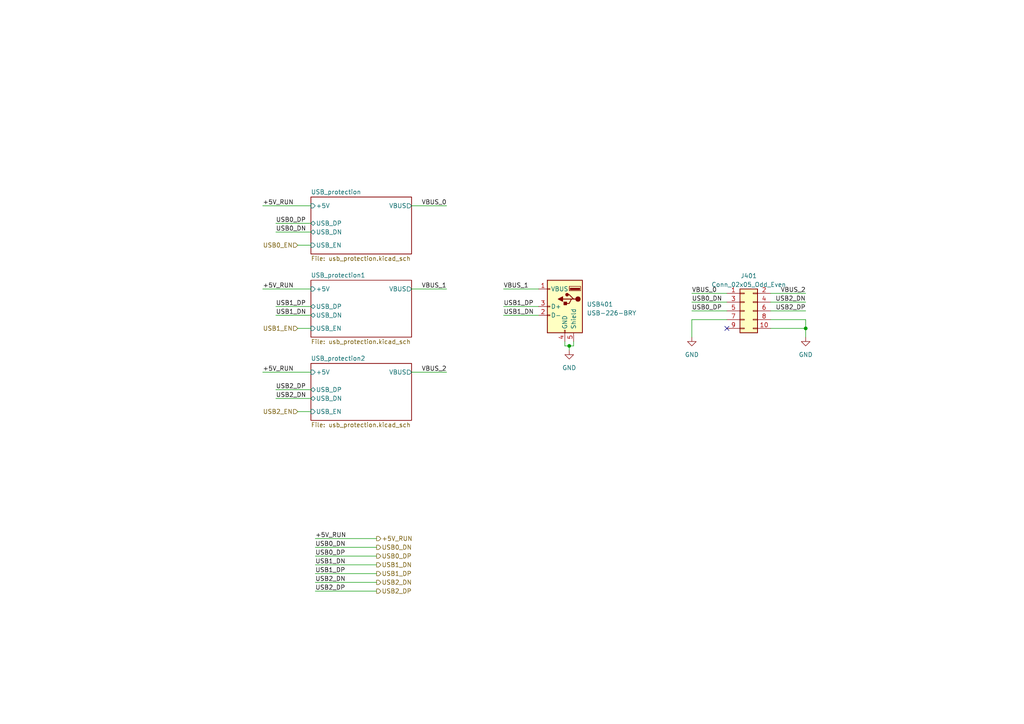
<source format=kicad_sch>
(kicad_sch (version 20230121) (generator eeschema)
  (paper "A4")
  (title_block (title "ODROID H3(+) mITX adapter") (date "2023-08-13") (rev "1.1.0"))
  (lib_symbols
    (symbol "odroid_h3_uitx_adapter:Conn_02x05_Odd_Even" (pin_names (offset 1.016) hide)
      (property "Reference" "J" (at 0 7.62 0))
      (property "Value" "Conn_02x05_Odd_Even" (at 0 -7.62 0))
      (symbol "Conn_02x05_Odd_Even_1_1"
        (rectangle (start -2.54 -4.953) (end -1.27 -5.207) (stroke (width 0.1524)))
        (rectangle (start -2.54 -2.413) (end -1.27 -2.667) (stroke (width 0.1524)))
        (rectangle (start -2.54 0.127) (end -1.27 -0.127) (stroke (width 0.1524)))
        (rectangle (start -2.54 2.667) (end -1.27 2.413) (stroke (width 0.1524)))
        (rectangle (start -2.54 5.207) (end -1.27 4.953) (stroke (width 0.1524)))
        (rectangle (start -2.54 6.35) (end 2.54 -6.35) (stroke (width 0.254)) (fill (type background)))
        (rectangle (start 2.54 -4.953) (end 1.27 -5.207) (stroke (width 0.1524)))
        (rectangle (start 2.54 -2.413) (end 1.27 -2.667) (stroke (width 0.1524)))
        (rectangle (start 2.54 0.127) (end 1.27 -0.127) (stroke (width 0.1524)))
        (rectangle (start 2.54 2.667) (end 1.27 2.413) (stroke (width 0.1524)))
        (rectangle (start 2.54 5.207) (end 1.27 4.953) (stroke (width 0.1524)))
        (pin passive line (at -6.35 5.08 0) (length 3.81) (name "Pin_1") (number "1"))
        (pin passive line (at 6.35 -5.08 180) (length 3.81) (name "Pin_10") (number "10"))
        (pin passive line (at 6.35 5.08 180) (length 3.81) (name "Pin_2") (number "2"))
        (pin passive line (at -6.35 2.54 0) (length 3.81) (name "Pin_3") (number "3"))
        (pin passive line (at 6.35 2.54 180) (length 3.81) (name "Pin_4") (number "4"))
        (pin passive line (at -6.35 0 0) (length 3.81) (name "Pin_5") (number "5"))
        (pin passive line (at 6.35 0 180) (length 3.81) (name "Pin_6") (number "6"))
        (pin passive line (at -6.35 -2.54 0) (length 3.81) (name "Pin_7") (number "7"))
        (pin passive line (at 6.35 -2.54 180) (length 3.81) (name "Pin_8") (number "8"))
        (pin passive line (at -6.35 -5.08 0) (length 3.81) (name "Pin_9") (number "9"))
      )
    )
    (symbol "odroid_h3_uitx_adapter:USB-226-BRY" (pin_names (offset 1.016))
      (property "Reference" "USB" (at 0 9.0932 0))
      (property "Value" "USB-226-BRY" (at 0 11.6332 0))
      (symbol "USB-226-BRY_0_1"
        (rectangle (start -5.08 -7.62) (end 5.08 7.62) (stroke (width 0.254)) (fill (type background)))
        (circle (center -3.81 2.159) (radius 0.635) (stroke (width 0.254)) (fill (type outline)))
        (rectangle (start -1.524 4.826) (end -4.318 5.334) (fill (type outline)))
        (rectangle (start -1.27 4.572) (end -4.572 5.842))
        (circle (center -0.635 3.429) (radius 0.381) (stroke (width 0.254)) (fill (type outline)))
        (rectangle (start -0.127 -7.62) (end 0.127 -6.858))
        (polyline (pts (xy -3.175 2.159) (xy -2.54 2.159) (xy -1.27 3.429) (xy -0.635 3.429)) (stroke (width 0.254)))
        (polyline (pts (xy -2.54 2.159) (xy -1.905 2.159) (xy -1.27 0.889) (xy 0 0.889)) (stroke (width 0.254)))
        (polyline (pts (xy 0.635 2.794) (xy 0.635 1.524) (xy 1.905 2.159) (xy 0.635 2.794)) (stroke (width 0.254)) (fill (type outline)))
        (rectangle (start 0.254 1.27) (end -0.508 0.508) (stroke (width 0.254)) (fill (type outline)))
        (rectangle (start 5.08 -2.667) (end 4.318 -2.413))
        (rectangle (start 5.08 -0.127) (end 4.318 0.127))
        (rectangle (start 5.08 4.953) (end 4.318 5.207))
      )
      (symbol "USB-226-BRY_1_1"
        (polyline (pts (xy -1.905 2.159) (xy 0.635 2.159)) (stroke (width 0.254)))
        (pin power_in line (at 7.62 5.08 180) (length 2.54) (name "VBUS") (number "1"))
        (pin bidirectional line (at 7.62 -2.54 180) (length 2.54) (name "D-") (number "2"))
        (pin bidirectional line (at 7.62 0 180) (length 2.54) (name "D+") (number "3"))
        (pin power_in line (at 0 -10.16 90) (length 2.54) (name "GND") (number "4"))
        (pin passive line (at -2.54 -10.16 90) (length 2.54) (name "Shield") (number "5"))
      )
    )
    (symbol "power:GND" (power) (pin_names (offset 0))
      (property "Value" "GND" (at 0 -3.81 0))
      (symbol "GND_0_1"
        (polyline (pts (xy 0 0) (xy 0 -1.27) (xy 1.27 -1.27) (xy 0 -2.54) (xy -1.27 -1.27) (xy 0 -1.27)))
      )
      (symbol "GND_1_1"
        (pin power_in line (at 0 0 270) (length 0) hide (name "GND") (number "1"))
      )
    )
  )
  (junction (at 165.1 100.33))
  (junction (at 233.68 95.25))
  (no_connect (at 210.82 95.25))
  (wire (pts (xy 200.66 87.63) (xy 210.82 87.63)))
  (wire (pts (xy 146.05 83.82) (xy 156.21 83.82)))
  (wire (pts (xy 233.68 85.09) (xy 223.52 85.09)))
  (wire (pts (xy 80.01 88.9) (xy 90.17 88.9)))
  (wire (pts (xy 200.66 92.71) (xy 200.66 97.79)))
  (wire (pts (xy 91.44 158.75) (xy 109.22 158.75)))
  (wire (pts (xy 223.52 92.71) (xy 233.68 92.71)))
  (wire (pts (xy 163.83 99.06) (xy 163.83 100.33)))
  (wire (pts (xy 146.05 88.9) (xy 156.21 88.9)))
  (wire (pts (xy 80.01 67.31) (xy 90.17 67.31)))
  (wire (pts (xy 210.82 92.71) (xy 200.66 92.71)))
  (wire (pts (xy 80.01 115.57) (xy 90.17 115.57)))
  (wire (pts (xy 86.36 95.25) (xy 90.17 95.25)))
  (wire (pts (xy 200.66 85.09) (xy 210.82 85.09)))
  (wire (pts (xy 165.1 100.33) (xy 165.1 101.6)))
  (wire (pts (xy 80.01 64.77) (xy 90.17 64.77)))
  (wire (pts (xy 200.66 90.17) (xy 210.82 90.17)))
  (wire (pts (xy 233.68 92.71) (xy 233.68 95.25)))
  (wire (pts (xy 91.44 163.83) (xy 109.22 163.83)))
  (wire (pts (xy 91.44 161.29) (xy 109.22 161.29)))
  (wire (pts (xy 76.2 59.69) (xy 90.17 59.69)))
  (wire (pts (xy 129.54 83.82) (xy 119.38 83.82)))
  (wire (pts (xy 76.2 83.82) (xy 90.17 83.82)))
  (wire (pts (xy 146.05 91.44) (xy 156.21 91.44)))
  (wire (pts (xy 91.44 166.37) (xy 109.22 166.37)))
  (wire (pts (xy 233.68 95.25) (xy 223.52 95.25)))
  (wire (pts (xy 86.36 71.12) (xy 90.17 71.12)))
  (wire (pts (xy 91.44 156.21) (xy 109.22 156.21)))
  (wire (pts (xy 233.68 87.63) (xy 223.52 87.63)))
  (wire (pts (xy 163.83 100.33) (xy 165.1 100.33)))
  (wire (pts (xy 86.36 119.38) (xy 90.17 119.38)))
  (wire (pts (xy 76.2 107.95) (xy 90.17 107.95)))
  (wire (pts (xy 91.44 168.91) (xy 109.22 168.91)))
  (wire (pts (xy 165.1 100.33) (xy 166.37 100.33)))
  (wire (pts (xy 129.54 59.69) (xy 119.38 59.69)))
  (wire (pts (xy 80.01 91.44) (xy 90.17 91.44)))
  (wire (pts (xy 91.44 171.45) (xy 109.22 171.45)))
  (wire (pts (xy 129.54 107.95) (xy 119.38 107.95)))
  (wire (pts (xy 166.37 100.33) (xy 166.37 99.06)))
  (wire (pts (xy 80.01 113.03) (xy 90.17 113.03)))
  (wire (pts (xy 233.68 90.17) (xy 223.52 90.17)))
  (wire (pts (xy 233.68 97.79) (xy 233.68 95.25)))
  (label "USB0_DP" (at 91.44 161.29 0))
  (label "+5V_RUN" (at 76.2 107.95 0))
  (label "USB1_DP" (at 80.01 88.9 0))
  (label "USB1_DP" (at 91.44 166.37 0))
  (label "USB2_DP" (at 233.68 90.17 180))
  (label "USB0_DN" (at 200.66 87.63 0))
  (label "VBUS_0" (at 129.54 59.69 180))
  (label "USB0_DP" (at 200.66 90.17 0))
  (label "USB1_DP" (at 146.05 88.9 0))
  (label "USB0_DN" (at 80.01 67.31 0))
  (label "USB0_DN" (at 91.44 158.75 0))
  (label "USB1_DN" (at 91.44 163.83 0))
  (label "USB1_DN" (at 146.05 91.44 0))
  (label "VBUS_2" (at 233.68 85.09 180))
  (label "+5V_RUN" (at 76.2 83.82 0))
  (label "VBUS_1" (at 146.05 83.82 0))
  (label "USB2_DP" (at 91.44 171.45 0))
  (label "VBUS_1" (at 129.54 83.82 180))
  (label "USB2_DN" (at 233.68 87.63 180))
  (label "USB0_DP" (at 80.01 64.77 0))
  (label "USB2_DN" (at 80.01 115.57 0))
  (label "VBUS_2" (at 129.54 107.95 180))
  (label "+5V_RUN" (at 91.44 156.21 0))
  (label "VBUS_0" (at 200.66 85.09 0))
  (label "USB2_DP" (at 80.01 113.03 0))
  (label "USB1_DN" (at 80.01 91.44 0))
  (label "USB2_DN" (at 91.44 168.91 0))
  (label "+5V_RUN" (at 76.2 59.69 0))
  (hierarchical_label "USB1_EN" (shape input) (at 86.36 95.25 180))
  (hierarchical_label "USB1_DP" (shape output) (at 109.22 166.37 0))
  (hierarchical_label "USB2_EN" (shape input) (at 86.36 119.38 180))
  (hierarchical_label "USB0_DN" (shape output) (at 109.22 158.75 0))
  (hierarchical_label "USB0_EN" (shape input) (at 86.36 71.12 180))
  (hierarchical_label "+5V_RUN" (shape output) (at 109.22 156.21 0))
  (hierarchical_label "USB2_DN" (shape output) (at 109.22 168.91 0))
  (hierarchical_label "USB0_DP" (shape output) (at 109.22 161.29 0))
  (hierarchical_label "USB1_DN" (shape output) (at 109.22 163.83 0))
  (hierarchical_label "USB2_DP" (shape output) (at 109.22 171.45 0))
  (symbol (lib_id "odroid_h3_uitx_adapter:USB-226-BRY") (at 163.83 88.9 0) (mirror y) (unit 1)
    (property "Reference" "USB401" (at 170.18 88.265 0) (effects (justify right)))
    (property "Value" "USB-226-BRY" (at 170.18 90.805 0) (effects (justify right)))
    (property "Footprint" "odroid_h3_uitx_adapter:USB-226-BRY" (effects hide))
    (property "Datasheet" "http://www.szlcsc.com/product/details_763530.html" (effects hide))
    (property "SuppliersPartNumber" "C720523" (effects hide))
  )
  (symbol (lib_id "power:GND") (at 200.66 97.79 0) (unit 1)
    (property "Reference" "#PWR0107" (effects hide))
    (property "Value" "GND" (at 200.66 102.87 0))
    (instances (project "main" (path "" (reference "#PWR0107") (unit 1)) (path "" (reference "#PWR0402") (unit 1))))
  )
  (symbol (lib_id "power:GND") (at 165.1 101.6 0) (unit 1)
    (property "Reference" "#PWR0113" (effects hide))
    (property "Value" "GND" (at 165.1 106.68 0))
    (instances (project "main" (path "" (reference "#PWR0113") (unit 1)) (path "" (reference "#PWR0401") (unit 1))))
  )
  (symbol (lib_id "odroid_h3_uitx_adapter:Conn_02x05_Odd_Even") (at 217.17 90.17 0) (unit 1)
    (property "Reference" "J401" (at 217.17 80.01 0))
    (property "Value" "Conn_02x05_Odd_Even" (at 217.17 82.55 0))
    (property "Footprint" "odroid_h3_uitx_adapter:PinHeader_2x05_P2.54mm_Vertical" (effects hide))
    (property "LCSC" "C2829881" (effects hide))
  )
  (symbol (lib_id "power:GND") (at 233.68 97.79 0) (mirror y) (unit 1)
    (property "Reference" "#PWR0109" (effects hide))
    (property "Value" "GND" (at 233.68 102.87 0))
    (instances (project "main" (path "" (reference "#PWR0109") (unit 1)) (path "" (reference "#PWR0403") (unit 1))))
  )
  (sheet (at 90.17 81.28) (size 29.21 16.51) (stroke (width 0.1524))
    (property "Sheetname" "USB_protection1" (at 90.17 80.5684 0) (effects (justify left bottom)))
    (property "Sheetfile" "usb_protection.kicad_sch" (at 90.17 98.3746 0) (effects (justify left top)))
    (pin "VBUS" output (at 119.38 83.82 0))
    (pin "+5V" input (at 90.17 83.82 180))
    (pin "USB_DN" bidirectional (at 90.17 91.44 180))
    (pin "USB_DP" bidirectional (at 90.17 88.9 180))
    (pin "USB_EN" input (at 90.17 95.25 180))
  )
  (sheet (at 90.17 57.15) (size 29.21 16.51) (stroke (width 0.1524))
    (property "Sheetname" "USB_protection" (at 90.17 56.4384 0) (effects (justify left bottom)))
    (property "Sheetfile" "usb_protection.kicad_sch" (at 90.17 74.2446 0) (effects (justify left top)))
    (pin "VBUS" output (at 119.38 59.69 0))
    (pin "+5V" input (at 90.17 59.69 180))
    (pin "USB_DN" bidirectional (at 90.17 67.31 180))
    (pin "USB_DP" bidirectional (at 90.17 64.77 180))
    (pin "USB_EN" input (at 90.17 71.12 180))
  )
  (sheet (at 90.17 105.41) (size 29.21 16.51) (stroke (width 0.1524))
    (property "Sheetname" "USB_protection2" (at 90.17 104.6984 0) (effects (justify left bottom)))
    (property "Sheetfile" "usb_protection.kicad_sch" (at 90.17 122.5046 0) (effects (justify left top)))
    (pin "VBUS" output (at 119.38 107.95 0))
    (pin "+5V" input (at 90.17 107.95 180))
    (pin "USB_DN" bidirectional (at 90.17 115.57 180))
    (pin "USB_DP" bidirectional (at 90.17 113.03 180))
    (pin "USB_EN" input (at 90.17 119.38 180))
  )
)
</source>
